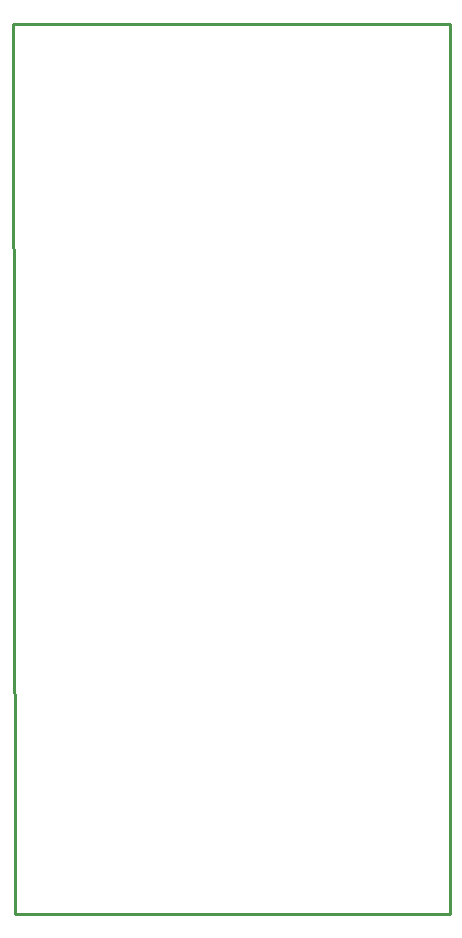
<source format=gko>
G04 Layer: BoardOutlineLayer*
G04 EasyEDA v6.5.42, 2024-04-22 14:16:48*
G04 bdecda6f3f7540baa8991d5417232957,c115876feeed43bc8c79c948ea027e3a,10*
G04 Gerber Generator version 0.2*
G04 Scale: 100 percent, Rotated: No, Reflected: No *
G04 Dimensions in millimeters *
G04 leading zeros omitted , absolute positions ,4 integer and 5 decimal *
%FSLAX45Y45*%
%MOMM*%

%ADD10C,0.2540*%
D10*
X0Y0D02*
G01*
X3700018Y0D01*
X3700018Y-7537195D01*
X1469390Y-7537195D01*
X19557Y-7537195D01*
X0Y0D01*

%LPD*%
M02*

</source>
